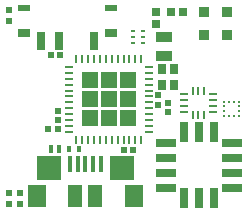
<source format=gtp>
G04*
G04 #@! TF.GenerationSoftware,Altium Limited,Altium Designer,23.6.0 (18)*
G04*
G04 Layer_Color=8421504*
%FSLAX44Y44*%
%MOMM*%
G71*
G04*
G04 #@! TF.SameCoordinates,CC53E28F-54C9-42A3-9587-E9B5384F7771*
G04*
G04*
G04 #@! TF.FilePolarity,Positive*
G04*
G01*
G75*
%ADD15R,1.4070X1.4070*%
%ADD16R,1.4070X1.4070*%
%ADD17R,1.4070X1.4070*%
%ADD18R,1.4070X1.4070*%
%ADD19R,0.7000X1.5000*%
%ADD20R,1.0000X0.8000*%
%ADD21R,1.0000X0.6000*%
%ADD22R,1.3500X0.9500*%
%ADD23R,0.5200X0.5200*%
%ADD24R,0.5200X0.5200*%
%ADD25R,0.4500X0.7200*%
%ADD26R,0.4500X0.5500*%
%ADD27R,0.4000X1.3500*%
%ADD28R,1.2000X1.9000*%
%ADD29R,1.6000X1.9000*%
%ADD30R,2.1000X2.0000*%
%ADD31C,0.2200*%
G04:AMPARAMS|DCode=32|XSize=0.24mm|YSize=0.6mm|CornerRadius=0.0504mm|HoleSize=0mm|Usage=FLASHONLY|Rotation=0.000|XOffset=0mm|YOffset=0mm|HoleType=Round|Shape=RoundedRectangle|*
%AMROUNDEDRECTD32*
21,1,0.2400,0.4992,0,0,0.0*
21,1,0.1392,0.6000,0,0,0.0*
1,1,0.1008,0.0696,-0.2496*
1,1,0.1008,-0.0696,-0.2496*
1,1,0.1008,-0.0696,0.2496*
1,1,0.1008,0.0696,0.2496*
%
%ADD32ROUNDEDRECTD32*%
%ADD33R,0.4500X0.2500*%
G04:AMPARAMS|DCode=34|XSize=0.24mm|YSize=0.6mm|CornerRadius=0.0504mm|HoleSize=0mm|Usage=FLASHONLY|Rotation=270.000|XOffset=0mm|YOffset=0mm|HoleType=Round|Shape=RoundedRectangle|*
%AMROUNDEDRECTD34*
21,1,0.2400,0.4992,0,0,270.0*
21,1,0.1392,0.6000,0,0,270.0*
1,1,0.1008,-0.2496,-0.0696*
1,1,0.1008,-0.2496,0.0696*
1,1,0.1008,0.2496,0.0696*
1,1,0.1008,0.2496,-0.0696*
%
%ADD34ROUNDEDRECTD34*%
%ADD35R,0.8700X0.8700*%
%ADD36R,0.5000X0.6000*%
%ADD37R,0.7300X0.7400*%
%ADD38R,0.7500X0.8500*%
%ADD39R,0.7200X0.7200*%
%ADD40R,0.6750X0.2500*%
%ADD41R,0.2500X0.6750*%
%ADD42R,1.8000X0.6800*%
%ADD43R,0.6800X1.8000*%
%ADD44R,0.6200X0.6200*%
%ADD45R,0.6000X0.5000*%
D15*
X311975Y212392D02*
D03*
X311975Y180252D02*
D03*
X344114Y180252D02*
D03*
X344114Y212392D02*
D03*
D16*
X311975Y196322D02*
D03*
X328045Y180252D02*
D03*
D17*
X344115Y196322D02*
D03*
X328045Y212392D02*
D03*
D18*
X328045Y196322D02*
D03*
D19*
X315600Y245898D02*
D03*
X285600D02*
D03*
X270600D02*
D03*
D20*
X256600Y252398D02*
D03*
X329600D02*
D03*
D21*
X256600Y273398D02*
D03*
X329600D02*
D03*
D22*
X375000Y248750D02*
D03*
Y232750D02*
D03*
D23*
X369350Y191850D02*
D03*
Y199850D02*
D03*
X377900Y185500D02*
D03*
Y193500D02*
D03*
X285300Y186822D02*
D03*
Y178822D02*
D03*
D24*
X340776Y153420D02*
D03*
X348776D02*
D03*
X279050Y233750D02*
D03*
X287050D02*
D03*
D25*
X278800Y154500D02*
D03*
X285600D02*
D03*
D26*
X294000D02*
D03*
X303000D02*
D03*
D27*
X308162Y141375D02*
D03*
X314662D02*
D03*
X295162D02*
D03*
X301662D02*
D03*
X321162D02*
D03*
D28*
X299662Y114625D02*
D03*
X316662D02*
D03*
D29*
X267162D02*
D03*
X349162D02*
D03*
D30*
X277162Y138125D02*
D03*
X339162D02*
D03*
D31*
X426000Y194500D02*
D03*
X430000D02*
D03*
X434000D02*
D03*
X438000D02*
D03*
X426000Y190500D02*
D03*
X438000D02*
D03*
X426000Y186500D02*
D03*
X438000D02*
D03*
X426000Y182500D02*
D03*
X430000D02*
D03*
X434000D02*
D03*
X438000D02*
D03*
D32*
X350545Y230322D02*
D03*
X355545Y162322D02*
D03*
X350545D02*
D03*
X345545D02*
D03*
X340545D02*
D03*
X335545D02*
D03*
X330545D02*
D03*
X325545D02*
D03*
X320545D02*
D03*
X315545D02*
D03*
X310545D02*
D03*
X305545D02*
D03*
X300545D02*
D03*
Y230322D02*
D03*
X305545D02*
D03*
X310545D02*
D03*
X315545D02*
D03*
X320545D02*
D03*
X325545D02*
D03*
X330545D02*
D03*
X335545D02*
D03*
X340545D02*
D03*
X345545D02*
D03*
X355545D02*
D03*
D33*
X357145Y244436D02*
D03*
Y249436D02*
D03*
Y254436D02*
D03*
X348945Y244436D02*
D03*
Y249436D02*
D03*
Y254436D02*
D03*
D34*
X362045Y223822D02*
D03*
Y218822D02*
D03*
Y213822D02*
D03*
Y208822D02*
D03*
Y203822D02*
D03*
Y198822D02*
D03*
Y193822D02*
D03*
Y188822D02*
D03*
Y183822D02*
D03*
Y178822D02*
D03*
Y173822D02*
D03*
Y168822D02*
D03*
X294044D02*
D03*
Y173822D02*
D03*
Y178822D02*
D03*
Y183822D02*
D03*
Y188822D02*
D03*
Y193822D02*
D03*
Y198822D02*
D03*
Y203822D02*
D03*
Y208822D02*
D03*
Y213822D02*
D03*
Y218822D02*
D03*
Y223822D02*
D03*
D35*
X408850Y269900D02*
D03*
X408596Y250600D02*
D03*
X428150D02*
D03*
Y269900D02*
D03*
D36*
X243500Y108000D02*
D03*
X252500D02*
D03*
X243500Y116750D02*
D03*
X252500D02*
D03*
D37*
X390650Y269900D02*
D03*
X380350D02*
D03*
D38*
X383500Y208250D02*
D03*
X373000D02*
D03*
Y221750D02*
D03*
X383500D02*
D03*
D39*
X367787Y269900D02*
D03*
Y259900D02*
D03*
D40*
X391375Y201000D02*
D03*
Y196000D02*
D03*
Y191000D02*
D03*
Y186000D02*
D03*
X416625D02*
D03*
Y191000D02*
D03*
Y196000D02*
D03*
Y201000D02*
D03*
D41*
X399000Y183375D02*
D03*
X404000D02*
D03*
X409000D02*
D03*
Y203625D02*
D03*
X404000D02*
D03*
X399000D02*
D03*
D42*
X376500Y159650D02*
D03*
Y146950D02*
D03*
Y134250D02*
D03*
Y121550D02*
D03*
X432500D02*
D03*
Y134250D02*
D03*
Y146950D02*
D03*
Y159650D02*
D03*
D43*
X391800Y112600D02*
D03*
X404500D02*
D03*
X417200D02*
D03*
Y168600D02*
D03*
X404500D02*
D03*
X391800D02*
D03*
D44*
X285500Y171100D02*
D03*
X276500D02*
D03*
D45*
X244000Y263000D02*
D03*
Y272000D02*
D03*
M02*

</source>
